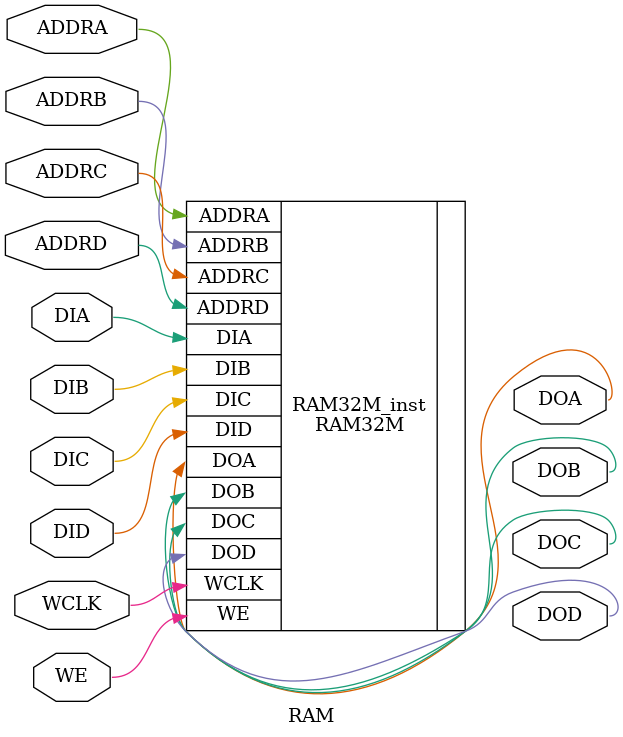
<source format=v>
module RAM(DOA, DOB, DOC, DOD,ADDRA, ADDRB, ADDRC, ADDRD, DIA, DIB, DIC, DID, WCLK, WE);
output DOA, DOB, DOC, DOD;
input ADDRA, ADDRB, ADDRC, ADDRD, DIA, DIB, DIC, DID, WCLK, WE;
// RAM32M: 32-deep by 8-wide Multi Port LUT RAM (Mapped to four SliceM LUT6s)
//         7 Series
// Xilinx HDL Language Template, version 2021.2

RAM32M #(
   .INIT_A(64'h0000000000000000), // Initial contents of A Port
   .INIT_B(64'h0000000000000000), // Initial contents of B Port
   .INIT_C(64'h0000000000000000), // Initial contents of C Port
   .INIT_D(64'h0000000000000000)  // Initial contents of D Port
) RAM32M_inst (
   .DOA(DOA),     // Read port A 2-bit output
   .DOB(DOB),     // Read port B 2-bit output
   .DOC(DOC),     // Read port C 2-bit output
   .DOD(DOD),     // Read/write port D 2-bit output
   .ADDRA(ADDRA), // Read port A 5-bit address input
   .ADDRB(ADDRB), // Read port B 5-bit address input
   .ADDRC(ADDRC), // Read port C 5-bit address input
   .ADDRD(ADDRD), // Read/write port D 5-bit address input
   .DIA(DIA),     // RAM 2-bit data write input addressed by ADDRD,
                  //   read addressed by ADDRA
   .DIB(DIB),     // RAM 2-bit data write input addressed by ADDRD,
                  //   read addressed by ADDRB
   .DIC(DIC),     // RAM 2-bit data write input addressed by ADDRD,
                  //   read addressed by ADDRC
   .DID(DID),     // RAM 2-bit data write input addressed by ADDRD,
                  //   read addressed by ADDRD
   .WCLK(WCLK),   // Write clock input
   .WE(WE)        // Write enable input
);

endmodule 

</source>
